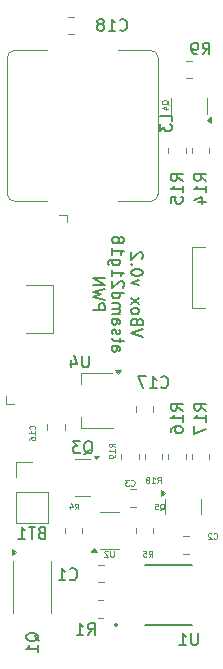
<source format=gbr>
%TF.GenerationSoftware,KiCad,Pcbnew,8.0.6*%
%TF.CreationDate,2025-01-15T19:29:55+01:00*%
%TF.ProjectId,boxmod,626f786d-6f64-42e6-9b69-6361645f7063,rev?*%
%TF.SameCoordinates,Original*%
%TF.FileFunction,Legend,Bot*%
%TF.FilePolarity,Positive*%
%FSLAX46Y46*%
G04 Gerber Fmt 4.6, Leading zero omitted, Abs format (unit mm)*
G04 Created by KiCad (PCBNEW 8.0.6) date 2025-01-15 19:29:55*
%MOMM*%
%LPD*%
G01*
G04 APERTURE LIST*
%ADD10C,0.150000*%
%ADD11C,0.100000*%
%ADD12C,0.127000*%
%ADD13C,0.200000*%
%ADD14C,0.120000*%
G04 APERTURE END LIST*
D10*
X98100068Y-79642856D02*
X97100068Y-79309523D01*
X97100068Y-79309523D02*
X98100068Y-78976190D01*
X97623878Y-78309523D02*
X97576259Y-78166666D01*
X97576259Y-78166666D02*
X97528640Y-78119047D01*
X97528640Y-78119047D02*
X97433402Y-78071428D01*
X97433402Y-78071428D02*
X97290545Y-78071428D01*
X97290545Y-78071428D02*
X97195307Y-78119047D01*
X97195307Y-78119047D02*
X97147688Y-78166666D01*
X97147688Y-78166666D02*
X97100068Y-78261904D01*
X97100068Y-78261904D02*
X97100068Y-78642856D01*
X97100068Y-78642856D02*
X98100068Y-78642856D01*
X98100068Y-78642856D02*
X98100068Y-78309523D01*
X98100068Y-78309523D02*
X98052449Y-78214285D01*
X98052449Y-78214285D02*
X98004830Y-78166666D01*
X98004830Y-78166666D02*
X97909592Y-78119047D01*
X97909592Y-78119047D02*
X97814354Y-78119047D01*
X97814354Y-78119047D02*
X97719116Y-78166666D01*
X97719116Y-78166666D02*
X97671497Y-78214285D01*
X97671497Y-78214285D02*
X97623878Y-78309523D01*
X97623878Y-78309523D02*
X97623878Y-78642856D01*
X97100068Y-77499999D02*
X97147688Y-77595237D01*
X97147688Y-77595237D02*
X97195307Y-77642856D01*
X97195307Y-77642856D02*
X97290545Y-77690475D01*
X97290545Y-77690475D02*
X97576259Y-77690475D01*
X97576259Y-77690475D02*
X97671497Y-77642856D01*
X97671497Y-77642856D02*
X97719116Y-77595237D01*
X97719116Y-77595237D02*
X97766735Y-77499999D01*
X97766735Y-77499999D02*
X97766735Y-77357142D01*
X97766735Y-77357142D02*
X97719116Y-77261904D01*
X97719116Y-77261904D02*
X97671497Y-77214285D01*
X97671497Y-77214285D02*
X97576259Y-77166666D01*
X97576259Y-77166666D02*
X97290545Y-77166666D01*
X97290545Y-77166666D02*
X97195307Y-77214285D01*
X97195307Y-77214285D02*
X97147688Y-77261904D01*
X97147688Y-77261904D02*
X97100068Y-77357142D01*
X97100068Y-77357142D02*
X97100068Y-77499999D01*
X97100068Y-76833332D02*
X97766735Y-76309523D01*
X97766735Y-76833332D02*
X97100068Y-76309523D01*
X97766735Y-75261903D02*
X97100068Y-75023808D01*
X97100068Y-75023808D02*
X97766735Y-74785713D01*
X98100068Y-74214284D02*
X98100068Y-74119046D01*
X98100068Y-74119046D02*
X98052449Y-74023808D01*
X98052449Y-74023808D02*
X98004830Y-73976189D01*
X98004830Y-73976189D02*
X97909592Y-73928570D01*
X97909592Y-73928570D02*
X97719116Y-73880951D01*
X97719116Y-73880951D02*
X97481021Y-73880951D01*
X97481021Y-73880951D02*
X97290545Y-73928570D01*
X97290545Y-73928570D02*
X97195307Y-73976189D01*
X97195307Y-73976189D02*
X97147688Y-74023808D01*
X97147688Y-74023808D02*
X97100068Y-74119046D01*
X97100068Y-74119046D02*
X97100068Y-74214284D01*
X97100068Y-74214284D02*
X97147688Y-74309522D01*
X97147688Y-74309522D02*
X97195307Y-74357141D01*
X97195307Y-74357141D02*
X97290545Y-74404760D01*
X97290545Y-74404760D02*
X97481021Y-74452379D01*
X97481021Y-74452379D02*
X97719116Y-74452379D01*
X97719116Y-74452379D02*
X97909592Y-74404760D01*
X97909592Y-74404760D02*
X98004830Y-74357141D01*
X98004830Y-74357141D02*
X98052449Y-74309522D01*
X98052449Y-74309522D02*
X98100068Y-74214284D01*
X97195307Y-73452379D02*
X97147688Y-73404760D01*
X97147688Y-73404760D02*
X97100068Y-73452379D01*
X97100068Y-73452379D02*
X97147688Y-73499998D01*
X97147688Y-73499998D02*
X97195307Y-73452379D01*
X97195307Y-73452379D02*
X97100068Y-73452379D01*
X98004830Y-73023808D02*
X98052449Y-72976189D01*
X98052449Y-72976189D02*
X98100068Y-72880951D01*
X98100068Y-72880951D02*
X98100068Y-72642856D01*
X98100068Y-72642856D02*
X98052449Y-72547618D01*
X98052449Y-72547618D02*
X98004830Y-72499999D01*
X98004830Y-72499999D02*
X97909592Y-72452380D01*
X97909592Y-72452380D02*
X97814354Y-72452380D01*
X97814354Y-72452380D02*
X97671497Y-72499999D01*
X97671497Y-72499999D02*
X97100068Y-73071427D01*
X97100068Y-73071427D02*
X97100068Y-72452380D01*
X95490124Y-80404762D02*
X96013934Y-80404762D01*
X96013934Y-80404762D02*
X96109172Y-80452381D01*
X96109172Y-80452381D02*
X96156791Y-80547619D01*
X96156791Y-80547619D02*
X96156791Y-80738095D01*
X96156791Y-80738095D02*
X96109172Y-80833333D01*
X95537744Y-80404762D02*
X95490124Y-80500000D01*
X95490124Y-80500000D02*
X95490124Y-80738095D01*
X95490124Y-80738095D02*
X95537744Y-80833333D01*
X95537744Y-80833333D02*
X95632982Y-80880952D01*
X95632982Y-80880952D02*
X95728220Y-80880952D01*
X95728220Y-80880952D02*
X95823458Y-80833333D01*
X95823458Y-80833333D02*
X95871077Y-80738095D01*
X95871077Y-80738095D02*
X95871077Y-80500000D01*
X95871077Y-80500000D02*
X95918696Y-80404762D01*
X96156791Y-80071428D02*
X96156791Y-79690476D01*
X96490124Y-79928571D02*
X95632982Y-79928571D01*
X95632982Y-79928571D02*
X95537744Y-79880952D01*
X95537744Y-79880952D02*
X95490124Y-79785714D01*
X95490124Y-79785714D02*
X95490124Y-79690476D01*
X95537744Y-79404761D02*
X95490124Y-79309523D01*
X95490124Y-79309523D02*
X95490124Y-79119047D01*
X95490124Y-79119047D02*
X95537744Y-79023809D01*
X95537744Y-79023809D02*
X95632982Y-78976190D01*
X95632982Y-78976190D02*
X95680601Y-78976190D01*
X95680601Y-78976190D02*
X95775839Y-79023809D01*
X95775839Y-79023809D02*
X95823458Y-79119047D01*
X95823458Y-79119047D02*
X95823458Y-79261904D01*
X95823458Y-79261904D02*
X95871077Y-79357142D01*
X95871077Y-79357142D02*
X95966315Y-79404761D01*
X95966315Y-79404761D02*
X96013934Y-79404761D01*
X96013934Y-79404761D02*
X96109172Y-79357142D01*
X96109172Y-79357142D02*
X96156791Y-79261904D01*
X96156791Y-79261904D02*
X96156791Y-79119047D01*
X96156791Y-79119047D02*
X96109172Y-79023809D01*
X95490124Y-78119047D02*
X96013934Y-78119047D01*
X96013934Y-78119047D02*
X96109172Y-78166666D01*
X96109172Y-78166666D02*
X96156791Y-78261904D01*
X96156791Y-78261904D02*
X96156791Y-78452380D01*
X96156791Y-78452380D02*
X96109172Y-78547618D01*
X95537744Y-78119047D02*
X95490124Y-78214285D01*
X95490124Y-78214285D02*
X95490124Y-78452380D01*
X95490124Y-78452380D02*
X95537744Y-78547618D01*
X95537744Y-78547618D02*
X95632982Y-78595237D01*
X95632982Y-78595237D02*
X95728220Y-78595237D01*
X95728220Y-78595237D02*
X95823458Y-78547618D01*
X95823458Y-78547618D02*
X95871077Y-78452380D01*
X95871077Y-78452380D02*
X95871077Y-78214285D01*
X95871077Y-78214285D02*
X95918696Y-78119047D01*
X95490124Y-77642856D02*
X96156791Y-77642856D01*
X96061553Y-77642856D02*
X96109172Y-77595237D01*
X96109172Y-77595237D02*
X96156791Y-77499999D01*
X96156791Y-77499999D02*
X96156791Y-77357142D01*
X96156791Y-77357142D02*
X96109172Y-77261904D01*
X96109172Y-77261904D02*
X96013934Y-77214285D01*
X96013934Y-77214285D02*
X95490124Y-77214285D01*
X96013934Y-77214285D02*
X96109172Y-77166666D01*
X96109172Y-77166666D02*
X96156791Y-77071428D01*
X96156791Y-77071428D02*
X96156791Y-76928571D01*
X96156791Y-76928571D02*
X96109172Y-76833332D01*
X96109172Y-76833332D02*
X96013934Y-76785713D01*
X96013934Y-76785713D02*
X95490124Y-76785713D01*
X95490124Y-75880952D02*
X96490124Y-75880952D01*
X95537744Y-75880952D02*
X95490124Y-75976190D01*
X95490124Y-75976190D02*
X95490124Y-76166666D01*
X95490124Y-76166666D02*
X95537744Y-76261904D01*
X95537744Y-76261904D02*
X95585363Y-76309523D01*
X95585363Y-76309523D02*
X95680601Y-76357142D01*
X95680601Y-76357142D02*
X95966315Y-76357142D01*
X95966315Y-76357142D02*
X96061553Y-76309523D01*
X96061553Y-76309523D02*
X96109172Y-76261904D01*
X96109172Y-76261904D02*
X96156791Y-76166666D01*
X96156791Y-76166666D02*
X96156791Y-75976190D01*
X96156791Y-75976190D02*
X96109172Y-75880952D01*
X96394886Y-75452380D02*
X96442505Y-75404761D01*
X96442505Y-75404761D02*
X96490124Y-75309523D01*
X96490124Y-75309523D02*
X96490124Y-75071428D01*
X96490124Y-75071428D02*
X96442505Y-74976190D01*
X96442505Y-74976190D02*
X96394886Y-74928571D01*
X96394886Y-74928571D02*
X96299648Y-74880952D01*
X96299648Y-74880952D02*
X96204410Y-74880952D01*
X96204410Y-74880952D02*
X96061553Y-74928571D01*
X96061553Y-74928571D02*
X95490124Y-75499999D01*
X95490124Y-75499999D02*
X95490124Y-74880952D01*
X95490124Y-73928571D02*
X95490124Y-74499999D01*
X95490124Y-74214285D02*
X96490124Y-74214285D01*
X96490124Y-74214285D02*
X96347267Y-74309523D01*
X96347267Y-74309523D02*
X96252029Y-74404761D01*
X96252029Y-74404761D02*
X96204410Y-74499999D01*
X96156791Y-73071428D02*
X95347267Y-73071428D01*
X95347267Y-73071428D02*
X95252029Y-73119047D01*
X95252029Y-73119047D02*
X95204410Y-73166666D01*
X95204410Y-73166666D02*
X95156791Y-73261904D01*
X95156791Y-73261904D02*
X95156791Y-73404761D01*
X95156791Y-73404761D02*
X95204410Y-73499999D01*
X95537744Y-73071428D02*
X95490124Y-73166666D01*
X95490124Y-73166666D02*
X95490124Y-73357142D01*
X95490124Y-73357142D02*
X95537744Y-73452380D01*
X95537744Y-73452380D02*
X95585363Y-73499999D01*
X95585363Y-73499999D02*
X95680601Y-73547618D01*
X95680601Y-73547618D02*
X95966315Y-73547618D01*
X95966315Y-73547618D02*
X96061553Y-73499999D01*
X96061553Y-73499999D02*
X96109172Y-73452380D01*
X96109172Y-73452380D02*
X96156791Y-73357142D01*
X96156791Y-73357142D02*
X96156791Y-73166666D01*
X96156791Y-73166666D02*
X96109172Y-73071428D01*
X95490124Y-72071428D02*
X95490124Y-72642856D01*
X95490124Y-72357142D02*
X96490124Y-72357142D01*
X96490124Y-72357142D02*
X96347267Y-72452380D01*
X96347267Y-72452380D02*
X96252029Y-72547618D01*
X96252029Y-72547618D02*
X96204410Y-72642856D01*
X96061553Y-71499999D02*
X96109172Y-71595237D01*
X96109172Y-71595237D02*
X96156791Y-71642856D01*
X96156791Y-71642856D02*
X96252029Y-71690475D01*
X96252029Y-71690475D02*
X96299648Y-71690475D01*
X96299648Y-71690475D02*
X96394886Y-71642856D01*
X96394886Y-71642856D02*
X96442505Y-71595237D01*
X96442505Y-71595237D02*
X96490124Y-71499999D01*
X96490124Y-71499999D02*
X96490124Y-71309523D01*
X96490124Y-71309523D02*
X96442505Y-71214285D01*
X96442505Y-71214285D02*
X96394886Y-71166666D01*
X96394886Y-71166666D02*
X96299648Y-71119047D01*
X96299648Y-71119047D02*
X96252029Y-71119047D01*
X96252029Y-71119047D02*
X96156791Y-71166666D01*
X96156791Y-71166666D02*
X96109172Y-71214285D01*
X96109172Y-71214285D02*
X96061553Y-71309523D01*
X96061553Y-71309523D02*
X96061553Y-71499999D01*
X96061553Y-71499999D02*
X96013934Y-71595237D01*
X96013934Y-71595237D02*
X95966315Y-71642856D01*
X95966315Y-71642856D02*
X95871077Y-71690475D01*
X95871077Y-71690475D02*
X95680601Y-71690475D01*
X95680601Y-71690475D02*
X95585363Y-71642856D01*
X95585363Y-71642856D02*
X95537744Y-71595237D01*
X95537744Y-71595237D02*
X95490124Y-71499999D01*
X95490124Y-71499999D02*
X95490124Y-71309523D01*
X95490124Y-71309523D02*
X95537744Y-71214285D01*
X95537744Y-71214285D02*
X95585363Y-71166666D01*
X95585363Y-71166666D02*
X95680601Y-71119047D01*
X95680601Y-71119047D02*
X95871077Y-71119047D01*
X95871077Y-71119047D02*
X95966315Y-71166666D01*
X95966315Y-71166666D02*
X96013934Y-71214285D01*
X96013934Y-71214285D02*
X96061553Y-71309523D01*
X93880180Y-77357142D02*
X94880180Y-77357142D01*
X94880180Y-77357142D02*
X94880180Y-76976190D01*
X94880180Y-76976190D02*
X94832561Y-76880952D01*
X94832561Y-76880952D02*
X94784942Y-76833333D01*
X94784942Y-76833333D02*
X94689704Y-76785714D01*
X94689704Y-76785714D02*
X94546847Y-76785714D01*
X94546847Y-76785714D02*
X94451609Y-76833333D01*
X94451609Y-76833333D02*
X94403990Y-76880952D01*
X94403990Y-76880952D02*
X94356371Y-76976190D01*
X94356371Y-76976190D02*
X94356371Y-77357142D01*
X94880180Y-76452380D02*
X93880180Y-76214285D01*
X93880180Y-76214285D02*
X94594466Y-76023809D01*
X94594466Y-76023809D02*
X93880180Y-75833333D01*
X93880180Y-75833333D02*
X94880180Y-75595238D01*
X93880180Y-75214285D02*
X94880180Y-75214285D01*
X94880180Y-75214285D02*
X93880180Y-74642857D01*
X93880180Y-74642857D02*
X94880180Y-74642857D01*
X102761904Y-104704819D02*
X102761904Y-105514342D01*
X102761904Y-105514342D02*
X102714285Y-105609580D01*
X102714285Y-105609580D02*
X102666666Y-105657200D01*
X102666666Y-105657200D02*
X102571428Y-105704819D01*
X102571428Y-105704819D02*
X102380952Y-105704819D01*
X102380952Y-105704819D02*
X102285714Y-105657200D01*
X102285714Y-105657200D02*
X102238095Y-105609580D01*
X102238095Y-105609580D02*
X102190476Y-105514342D01*
X102190476Y-105514342D02*
X102190476Y-104704819D01*
X101190476Y-105704819D02*
X101761904Y-105704819D01*
X101476190Y-105704819D02*
X101476190Y-104704819D01*
X101476190Y-104704819D02*
X101571428Y-104847676D01*
X101571428Y-104847676D02*
X101666666Y-104942914D01*
X101666666Y-104942914D02*
X101761904Y-104990533D01*
X103454819Y-66419642D02*
X102978628Y-66086309D01*
X103454819Y-65848214D02*
X102454819Y-65848214D01*
X102454819Y-65848214D02*
X102454819Y-66229166D01*
X102454819Y-66229166D02*
X102502438Y-66324404D01*
X102502438Y-66324404D02*
X102550057Y-66372023D01*
X102550057Y-66372023D02*
X102645295Y-66419642D01*
X102645295Y-66419642D02*
X102788152Y-66419642D01*
X102788152Y-66419642D02*
X102883390Y-66372023D01*
X102883390Y-66372023D02*
X102931009Y-66324404D01*
X102931009Y-66324404D02*
X102978628Y-66229166D01*
X102978628Y-66229166D02*
X102978628Y-65848214D01*
X103454819Y-67372023D02*
X103454819Y-66800595D01*
X103454819Y-67086309D02*
X102454819Y-67086309D01*
X102454819Y-67086309D02*
X102597676Y-66991071D01*
X102597676Y-66991071D02*
X102692914Y-66895833D01*
X102692914Y-66895833D02*
X102740533Y-66800595D01*
X102788152Y-68229166D02*
X103454819Y-68229166D01*
X102407200Y-67991071D02*
X103121485Y-67752976D01*
X103121485Y-67752976D02*
X103121485Y-68372023D01*
X101454819Y-66419642D02*
X100978628Y-66086309D01*
X101454819Y-65848214D02*
X100454819Y-65848214D01*
X100454819Y-65848214D02*
X100454819Y-66229166D01*
X100454819Y-66229166D02*
X100502438Y-66324404D01*
X100502438Y-66324404D02*
X100550057Y-66372023D01*
X100550057Y-66372023D02*
X100645295Y-66419642D01*
X100645295Y-66419642D02*
X100788152Y-66419642D01*
X100788152Y-66419642D02*
X100883390Y-66372023D01*
X100883390Y-66372023D02*
X100931009Y-66324404D01*
X100931009Y-66324404D02*
X100978628Y-66229166D01*
X100978628Y-66229166D02*
X100978628Y-65848214D01*
X101454819Y-67372023D02*
X101454819Y-66800595D01*
X101454819Y-67086309D02*
X100454819Y-67086309D01*
X100454819Y-67086309D02*
X100597676Y-66991071D01*
X100597676Y-66991071D02*
X100692914Y-66895833D01*
X100692914Y-66895833D02*
X100740533Y-66800595D01*
X100454819Y-68276785D02*
X100454819Y-67800595D01*
X100454819Y-67800595D02*
X100931009Y-67752976D01*
X100931009Y-67752976D02*
X100883390Y-67800595D01*
X100883390Y-67800595D02*
X100835771Y-67895833D01*
X100835771Y-67895833D02*
X100835771Y-68133928D01*
X100835771Y-68133928D02*
X100883390Y-68229166D01*
X100883390Y-68229166D02*
X100931009Y-68276785D01*
X100931009Y-68276785D02*
X101026247Y-68324404D01*
X101026247Y-68324404D02*
X101264342Y-68324404D01*
X101264342Y-68324404D02*
X101359580Y-68276785D01*
X101359580Y-68276785D02*
X101407200Y-68229166D01*
X101407200Y-68229166D02*
X101454819Y-68133928D01*
X101454819Y-68133928D02*
X101454819Y-67895833D01*
X101454819Y-67895833D02*
X101407200Y-67800595D01*
X101407200Y-67800595D02*
X101359580Y-67752976D01*
D11*
X95630952Y-97704614D02*
X95630952Y-98141757D01*
X95630952Y-98141757D02*
X95607142Y-98193185D01*
X95607142Y-98193185D02*
X95583333Y-98218900D01*
X95583333Y-98218900D02*
X95535714Y-98244614D01*
X95535714Y-98244614D02*
X95440476Y-98244614D01*
X95440476Y-98244614D02*
X95392857Y-98218900D01*
X95392857Y-98218900D02*
X95369047Y-98193185D01*
X95369047Y-98193185D02*
X95345238Y-98141757D01*
X95345238Y-98141757D02*
X95345238Y-97704614D01*
X95130951Y-97756042D02*
X95107142Y-97730328D01*
X95107142Y-97730328D02*
X95059523Y-97704614D01*
X95059523Y-97704614D02*
X94940475Y-97704614D01*
X94940475Y-97704614D02*
X94892856Y-97730328D01*
X94892856Y-97730328D02*
X94869047Y-97756042D01*
X94869047Y-97756042D02*
X94845237Y-97807471D01*
X94845237Y-97807471D02*
X94845237Y-97858900D01*
X94845237Y-97858900D02*
X94869047Y-97936042D01*
X94869047Y-97936042D02*
X95154761Y-98244614D01*
X95154761Y-98244614D02*
X94845237Y-98244614D01*
X97083333Y-92178490D02*
X97107142Y-92202300D01*
X97107142Y-92202300D02*
X97178571Y-92226109D01*
X97178571Y-92226109D02*
X97226190Y-92226109D01*
X97226190Y-92226109D02*
X97297618Y-92202300D01*
X97297618Y-92202300D02*
X97345237Y-92154680D01*
X97345237Y-92154680D02*
X97369047Y-92107061D01*
X97369047Y-92107061D02*
X97392856Y-92011823D01*
X97392856Y-92011823D02*
X97392856Y-91940395D01*
X97392856Y-91940395D02*
X97369047Y-91845157D01*
X97369047Y-91845157D02*
X97345237Y-91797538D01*
X97345237Y-91797538D02*
X97297618Y-91749919D01*
X97297618Y-91749919D02*
X97226190Y-91726109D01*
X97226190Y-91726109D02*
X97178571Y-91726109D01*
X97178571Y-91726109D02*
X97107142Y-91749919D01*
X97107142Y-91749919D02*
X97083333Y-91773728D01*
X96916666Y-91726109D02*
X96607142Y-91726109D01*
X96607142Y-91726109D02*
X96773809Y-91916585D01*
X96773809Y-91916585D02*
X96702380Y-91916585D01*
X96702380Y-91916585D02*
X96654761Y-91940395D01*
X96654761Y-91940395D02*
X96630952Y-91964204D01*
X96630952Y-91964204D02*
X96607142Y-92011823D01*
X96607142Y-92011823D02*
X96607142Y-92130871D01*
X96607142Y-92130871D02*
X96630952Y-92178490D01*
X96630952Y-92178490D02*
X96654761Y-92202300D01*
X96654761Y-92202300D02*
X96702380Y-92226109D01*
X96702380Y-92226109D02*
X96845237Y-92226109D01*
X96845237Y-92226109D02*
X96892856Y-92202300D01*
X96892856Y-92202300D02*
X96916666Y-92178490D01*
D10*
X100529819Y-61358333D02*
X100529819Y-60882143D01*
X100529819Y-60882143D02*
X99529819Y-60882143D01*
X99529819Y-61596429D02*
X99529819Y-62215476D01*
X99529819Y-62215476D02*
X99910771Y-61882143D01*
X99910771Y-61882143D02*
X99910771Y-62025000D01*
X99910771Y-62025000D02*
X99958390Y-62120238D01*
X99958390Y-62120238D02*
X100006009Y-62167857D01*
X100006009Y-62167857D02*
X100101247Y-62215476D01*
X100101247Y-62215476D02*
X100339342Y-62215476D01*
X100339342Y-62215476D02*
X100434580Y-62167857D01*
X100434580Y-62167857D02*
X100482200Y-62120238D01*
X100482200Y-62120238D02*
X100529819Y-62025000D01*
X100529819Y-62025000D02*
X100529819Y-61739286D01*
X100529819Y-61739286D02*
X100482200Y-61644048D01*
X100482200Y-61644048D02*
X100434580Y-61596429D01*
X103166666Y-55704819D02*
X103499999Y-55228628D01*
X103738094Y-55704819D02*
X103738094Y-54704819D01*
X103738094Y-54704819D02*
X103357142Y-54704819D01*
X103357142Y-54704819D02*
X103261904Y-54752438D01*
X103261904Y-54752438D02*
X103214285Y-54800057D01*
X103214285Y-54800057D02*
X103166666Y-54895295D01*
X103166666Y-54895295D02*
X103166666Y-55038152D01*
X103166666Y-55038152D02*
X103214285Y-55133390D01*
X103214285Y-55133390D02*
X103261904Y-55181009D01*
X103261904Y-55181009D02*
X103357142Y-55228628D01*
X103357142Y-55228628D02*
X103738094Y-55228628D01*
X102690475Y-55704819D02*
X102499999Y-55704819D01*
X102499999Y-55704819D02*
X102404761Y-55657200D01*
X102404761Y-55657200D02*
X102357142Y-55609580D01*
X102357142Y-55609580D02*
X102261904Y-55466723D01*
X102261904Y-55466723D02*
X102214285Y-55276247D01*
X102214285Y-55276247D02*
X102214285Y-54895295D01*
X102214285Y-54895295D02*
X102261904Y-54800057D01*
X102261904Y-54800057D02*
X102309523Y-54752438D01*
X102309523Y-54752438D02*
X102404761Y-54704819D01*
X102404761Y-54704819D02*
X102595237Y-54704819D01*
X102595237Y-54704819D02*
X102690475Y-54752438D01*
X102690475Y-54752438D02*
X102738094Y-54800057D01*
X102738094Y-54800057D02*
X102785713Y-54895295D01*
X102785713Y-54895295D02*
X102785713Y-55133390D01*
X102785713Y-55133390D02*
X102738094Y-55228628D01*
X102738094Y-55228628D02*
X102690475Y-55276247D01*
X102690475Y-55276247D02*
X102595237Y-55323866D01*
X102595237Y-55323866D02*
X102404761Y-55323866D01*
X102404761Y-55323866D02*
X102309523Y-55276247D01*
X102309523Y-55276247D02*
X102261904Y-55228628D01*
X102261904Y-55228628D02*
X102214285Y-55133390D01*
X93095238Y-89550057D02*
X93190476Y-89502438D01*
X93190476Y-89502438D02*
X93285714Y-89407200D01*
X93285714Y-89407200D02*
X93428571Y-89264342D01*
X93428571Y-89264342D02*
X93523809Y-89216723D01*
X93523809Y-89216723D02*
X93619047Y-89216723D01*
X93571428Y-89454819D02*
X93666666Y-89407200D01*
X93666666Y-89407200D02*
X93761904Y-89311961D01*
X93761904Y-89311961D02*
X93809523Y-89121485D01*
X93809523Y-89121485D02*
X93809523Y-88788152D01*
X93809523Y-88788152D02*
X93761904Y-88597676D01*
X93761904Y-88597676D02*
X93666666Y-88502438D01*
X93666666Y-88502438D02*
X93571428Y-88454819D01*
X93571428Y-88454819D02*
X93380952Y-88454819D01*
X93380952Y-88454819D02*
X93285714Y-88502438D01*
X93285714Y-88502438D02*
X93190476Y-88597676D01*
X93190476Y-88597676D02*
X93142857Y-88788152D01*
X93142857Y-88788152D02*
X93142857Y-89121485D01*
X93142857Y-89121485D02*
X93190476Y-89311961D01*
X93190476Y-89311961D02*
X93285714Y-89407200D01*
X93285714Y-89407200D02*
X93380952Y-89454819D01*
X93380952Y-89454819D02*
X93571428Y-89454819D01*
X92809523Y-88454819D02*
X92190476Y-88454819D01*
X92190476Y-88454819D02*
X92523809Y-88835771D01*
X92523809Y-88835771D02*
X92380952Y-88835771D01*
X92380952Y-88835771D02*
X92285714Y-88883390D01*
X92285714Y-88883390D02*
X92238095Y-88931009D01*
X92238095Y-88931009D02*
X92190476Y-89026247D01*
X92190476Y-89026247D02*
X92190476Y-89264342D01*
X92190476Y-89264342D02*
X92238095Y-89359580D01*
X92238095Y-89359580D02*
X92285714Y-89407200D01*
X92285714Y-89407200D02*
X92380952Y-89454819D01*
X92380952Y-89454819D02*
X92666666Y-89454819D01*
X92666666Y-89454819D02*
X92761904Y-89407200D01*
X92761904Y-89407200D02*
X92809523Y-89359580D01*
D11*
X100273728Y-59952380D02*
X100249919Y-59904761D01*
X100249919Y-59904761D02*
X100202300Y-59857142D01*
X100202300Y-59857142D02*
X100130871Y-59785714D01*
X100130871Y-59785714D02*
X100107061Y-59738095D01*
X100107061Y-59738095D02*
X100107061Y-59690476D01*
X100226109Y-59714285D02*
X100202300Y-59666666D01*
X100202300Y-59666666D02*
X100154680Y-59619047D01*
X100154680Y-59619047D02*
X100059442Y-59595238D01*
X100059442Y-59595238D02*
X99892776Y-59595238D01*
X99892776Y-59595238D02*
X99797538Y-59619047D01*
X99797538Y-59619047D02*
X99749919Y-59666666D01*
X99749919Y-59666666D02*
X99726109Y-59714285D01*
X99726109Y-59714285D02*
X99726109Y-59809523D01*
X99726109Y-59809523D02*
X99749919Y-59857142D01*
X99749919Y-59857142D02*
X99797538Y-59904761D01*
X99797538Y-59904761D02*
X99892776Y-59928571D01*
X99892776Y-59928571D02*
X100059442Y-59928571D01*
X100059442Y-59928571D02*
X100154680Y-59904761D01*
X100154680Y-59904761D02*
X100202300Y-59857142D01*
X100202300Y-59857142D02*
X100226109Y-59809523D01*
X100226109Y-59809523D02*
X100226109Y-59714285D01*
X99892776Y-60357143D02*
X100226109Y-60357143D01*
X99702300Y-60238095D02*
X100059442Y-60119048D01*
X100059442Y-60119048D02*
X100059442Y-60428571D01*
X98583333Y-98226109D02*
X98749999Y-97988014D01*
X98869047Y-98226109D02*
X98869047Y-97726109D01*
X98869047Y-97726109D02*
X98678571Y-97726109D01*
X98678571Y-97726109D02*
X98630952Y-97749919D01*
X98630952Y-97749919D02*
X98607142Y-97773728D01*
X98607142Y-97773728D02*
X98583333Y-97821347D01*
X98583333Y-97821347D02*
X98583333Y-97892776D01*
X98583333Y-97892776D02*
X98607142Y-97940395D01*
X98607142Y-97940395D02*
X98630952Y-97964204D01*
X98630952Y-97964204D02*
X98678571Y-97988014D01*
X98678571Y-97988014D02*
X98869047Y-97988014D01*
X98130952Y-97726109D02*
X98369047Y-97726109D01*
X98369047Y-97726109D02*
X98392856Y-97964204D01*
X98392856Y-97964204D02*
X98369047Y-97940395D01*
X98369047Y-97940395D02*
X98321428Y-97916585D01*
X98321428Y-97916585D02*
X98202380Y-97916585D01*
X98202380Y-97916585D02*
X98154761Y-97940395D01*
X98154761Y-97940395D02*
X98130952Y-97964204D01*
X98130952Y-97964204D02*
X98107142Y-98011823D01*
X98107142Y-98011823D02*
X98107142Y-98130871D01*
X98107142Y-98130871D02*
X98130952Y-98178490D01*
X98130952Y-98178490D02*
X98154761Y-98202300D01*
X98154761Y-98202300D02*
X98202380Y-98226109D01*
X98202380Y-98226109D02*
X98321428Y-98226109D01*
X98321428Y-98226109D02*
X98369047Y-98202300D01*
X98369047Y-98202300D02*
X98392856Y-98178490D01*
X99547619Y-94273728D02*
X99595238Y-94249919D01*
X99595238Y-94249919D02*
X99642857Y-94202300D01*
X99642857Y-94202300D02*
X99714285Y-94130871D01*
X99714285Y-94130871D02*
X99761904Y-94107061D01*
X99761904Y-94107061D02*
X99809523Y-94107061D01*
X99785714Y-94226109D02*
X99833333Y-94202300D01*
X99833333Y-94202300D02*
X99880952Y-94154680D01*
X99880952Y-94154680D02*
X99904761Y-94059442D01*
X99904761Y-94059442D02*
X99904761Y-93892776D01*
X99904761Y-93892776D02*
X99880952Y-93797538D01*
X99880952Y-93797538D02*
X99833333Y-93749919D01*
X99833333Y-93749919D02*
X99785714Y-93726109D01*
X99785714Y-93726109D02*
X99690476Y-93726109D01*
X99690476Y-93726109D02*
X99642857Y-93749919D01*
X99642857Y-93749919D02*
X99595238Y-93797538D01*
X99595238Y-93797538D02*
X99571428Y-93892776D01*
X99571428Y-93892776D02*
X99571428Y-94059442D01*
X99571428Y-94059442D02*
X99595238Y-94154680D01*
X99595238Y-94154680D02*
X99642857Y-94202300D01*
X99642857Y-94202300D02*
X99690476Y-94226109D01*
X99690476Y-94226109D02*
X99785714Y-94226109D01*
X99119047Y-93726109D02*
X99357142Y-93726109D01*
X99357142Y-93726109D02*
X99380951Y-93964204D01*
X99380951Y-93964204D02*
X99357142Y-93940395D01*
X99357142Y-93940395D02*
X99309523Y-93916585D01*
X99309523Y-93916585D02*
X99190475Y-93916585D01*
X99190475Y-93916585D02*
X99142856Y-93940395D01*
X99142856Y-93940395D02*
X99119047Y-93964204D01*
X99119047Y-93964204D02*
X99095237Y-94011823D01*
X99095237Y-94011823D02*
X99095237Y-94130871D01*
X99095237Y-94130871D02*
X99119047Y-94178490D01*
X99119047Y-94178490D02*
X99142856Y-94202300D01*
X99142856Y-94202300D02*
X99190475Y-94226109D01*
X99190475Y-94226109D02*
X99309523Y-94226109D01*
X99309523Y-94226109D02*
X99357142Y-94202300D01*
X99357142Y-94202300D02*
X99380951Y-94178490D01*
D10*
X99642857Y-83859580D02*
X99690476Y-83907200D01*
X99690476Y-83907200D02*
X99833333Y-83954819D01*
X99833333Y-83954819D02*
X99928571Y-83954819D01*
X99928571Y-83954819D02*
X100071428Y-83907200D01*
X100071428Y-83907200D02*
X100166666Y-83811961D01*
X100166666Y-83811961D02*
X100214285Y-83716723D01*
X100214285Y-83716723D02*
X100261904Y-83526247D01*
X100261904Y-83526247D02*
X100261904Y-83383390D01*
X100261904Y-83383390D02*
X100214285Y-83192914D01*
X100214285Y-83192914D02*
X100166666Y-83097676D01*
X100166666Y-83097676D02*
X100071428Y-83002438D01*
X100071428Y-83002438D02*
X99928571Y-82954819D01*
X99928571Y-82954819D02*
X99833333Y-82954819D01*
X99833333Y-82954819D02*
X99690476Y-83002438D01*
X99690476Y-83002438D02*
X99642857Y-83050057D01*
X98690476Y-83954819D02*
X99261904Y-83954819D01*
X98976190Y-83954819D02*
X98976190Y-82954819D01*
X98976190Y-82954819D02*
X99071428Y-83097676D01*
X99071428Y-83097676D02*
X99166666Y-83192914D01*
X99166666Y-83192914D02*
X99261904Y-83240533D01*
X98357142Y-82954819D02*
X97690476Y-82954819D01*
X97690476Y-82954819D02*
X98119047Y-83954819D01*
X89510714Y-96181009D02*
X89367857Y-96228628D01*
X89367857Y-96228628D02*
X89320238Y-96276247D01*
X89320238Y-96276247D02*
X89272619Y-96371485D01*
X89272619Y-96371485D02*
X89272619Y-96514342D01*
X89272619Y-96514342D02*
X89320238Y-96609580D01*
X89320238Y-96609580D02*
X89367857Y-96657200D01*
X89367857Y-96657200D02*
X89463095Y-96704819D01*
X89463095Y-96704819D02*
X89844047Y-96704819D01*
X89844047Y-96704819D02*
X89844047Y-95704819D01*
X89844047Y-95704819D02*
X89510714Y-95704819D01*
X89510714Y-95704819D02*
X89415476Y-95752438D01*
X89415476Y-95752438D02*
X89367857Y-95800057D01*
X89367857Y-95800057D02*
X89320238Y-95895295D01*
X89320238Y-95895295D02*
X89320238Y-95990533D01*
X89320238Y-95990533D02*
X89367857Y-96085771D01*
X89367857Y-96085771D02*
X89415476Y-96133390D01*
X89415476Y-96133390D02*
X89510714Y-96181009D01*
X89510714Y-96181009D02*
X89844047Y-96181009D01*
X88986904Y-95704819D02*
X88415476Y-95704819D01*
X88701190Y-96704819D02*
X88701190Y-95704819D01*
X87558333Y-96704819D02*
X88129761Y-96704819D01*
X87844047Y-96704819D02*
X87844047Y-95704819D01*
X87844047Y-95704819D02*
X87939285Y-95847676D01*
X87939285Y-95847676D02*
X88034523Y-95942914D01*
X88034523Y-95942914D02*
X88129761Y-95990533D01*
X91916666Y-100109580D02*
X91964285Y-100157200D01*
X91964285Y-100157200D02*
X92107142Y-100204819D01*
X92107142Y-100204819D02*
X92202380Y-100204819D01*
X92202380Y-100204819D02*
X92345237Y-100157200D01*
X92345237Y-100157200D02*
X92440475Y-100061961D01*
X92440475Y-100061961D02*
X92488094Y-99966723D01*
X92488094Y-99966723D02*
X92535713Y-99776247D01*
X92535713Y-99776247D02*
X92535713Y-99633390D01*
X92535713Y-99633390D02*
X92488094Y-99442914D01*
X92488094Y-99442914D02*
X92440475Y-99347676D01*
X92440475Y-99347676D02*
X92345237Y-99252438D01*
X92345237Y-99252438D02*
X92202380Y-99204819D01*
X92202380Y-99204819D02*
X92107142Y-99204819D01*
X92107142Y-99204819D02*
X91964285Y-99252438D01*
X91964285Y-99252438D02*
X91916666Y-99300057D01*
X90964285Y-100204819D02*
X91535713Y-100204819D01*
X91249999Y-100204819D02*
X91249999Y-99204819D01*
X91249999Y-99204819D02*
X91345237Y-99347676D01*
X91345237Y-99347676D02*
X91440475Y-99442914D01*
X91440475Y-99442914D02*
X91535713Y-99490533D01*
D11*
X95726109Y-88928571D02*
X95488014Y-88761905D01*
X95726109Y-88642857D02*
X95226109Y-88642857D01*
X95226109Y-88642857D02*
X95226109Y-88833333D01*
X95226109Y-88833333D02*
X95249919Y-88880952D01*
X95249919Y-88880952D02*
X95273728Y-88904762D01*
X95273728Y-88904762D02*
X95321347Y-88928571D01*
X95321347Y-88928571D02*
X95392776Y-88928571D01*
X95392776Y-88928571D02*
X95440395Y-88904762D01*
X95440395Y-88904762D02*
X95464204Y-88880952D01*
X95464204Y-88880952D02*
X95488014Y-88833333D01*
X95488014Y-88833333D02*
X95488014Y-88642857D01*
X95726109Y-89404762D02*
X95726109Y-89119048D01*
X95726109Y-89261905D02*
X95226109Y-89261905D01*
X95226109Y-89261905D02*
X95297538Y-89214286D01*
X95297538Y-89214286D02*
X95345157Y-89166667D01*
X95345157Y-89166667D02*
X95368966Y-89119048D01*
X95726109Y-89642857D02*
X95726109Y-89738095D01*
X95726109Y-89738095D02*
X95702300Y-89785714D01*
X95702300Y-89785714D02*
X95678490Y-89809523D01*
X95678490Y-89809523D02*
X95607061Y-89857142D01*
X95607061Y-89857142D02*
X95511823Y-89880952D01*
X95511823Y-89880952D02*
X95321347Y-89880952D01*
X95321347Y-89880952D02*
X95273728Y-89857142D01*
X95273728Y-89857142D02*
X95249919Y-89833333D01*
X95249919Y-89833333D02*
X95226109Y-89785714D01*
X95226109Y-89785714D02*
X95226109Y-89690476D01*
X95226109Y-89690476D02*
X95249919Y-89642857D01*
X95249919Y-89642857D02*
X95273728Y-89619047D01*
X95273728Y-89619047D02*
X95321347Y-89595238D01*
X95321347Y-89595238D02*
X95440395Y-89595238D01*
X95440395Y-89595238D02*
X95488014Y-89619047D01*
X95488014Y-89619047D02*
X95511823Y-89642857D01*
X95511823Y-89642857D02*
X95535633Y-89690476D01*
X95535633Y-89690476D02*
X95535633Y-89785714D01*
X95535633Y-89785714D02*
X95511823Y-89833333D01*
X95511823Y-89833333D02*
X95488014Y-89857142D01*
X95488014Y-89857142D02*
X95440395Y-89880952D01*
D10*
X101454819Y-85857142D02*
X100978628Y-85523809D01*
X101454819Y-85285714D02*
X100454819Y-85285714D01*
X100454819Y-85285714D02*
X100454819Y-85666666D01*
X100454819Y-85666666D02*
X100502438Y-85761904D01*
X100502438Y-85761904D02*
X100550057Y-85809523D01*
X100550057Y-85809523D02*
X100645295Y-85857142D01*
X100645295Y-85857142D02*
X100788152Y-85857142D01*
X100788152Y-85857142D02*
X100883390Y-85809523D01*
X100883390Y-85809523D02*
X100931009Y-85761904D01*
X100931009Y-85761904D02*
X100978628Y-85666666D01*
X100978628Y-85666666D02*
X100978628Y-85285714D01*
X101454819Y-86809523D02*
X101454819Y-86238095D01*
X101454819Y-86523809D02*
X100454819Y-86523809D01*
X100454819Y-86523809D02*
X100597676Y-86428571D01*
X100597676Y-86428571D02*
X100692914Y-86333333D01*
X100692914Y-86333333D02*
X100740533Y-86238095D01*
X100454819Y-87666666D02*
X100454819Y-87476190D01*
X100454819Y-87476190D02*
X100502438Y-87380952D01*
X100502438Y-87380952D02*
X100550057Y-87333333D01*
X100550057Y-87333333D02*
X100692914Y-87238095D01*
X100692914Y-87238095D02*
X100883390Y-87190476D01*
X100883390Y-87190476D02*
X101264342Y-87190476D01*
X101264342Y-87190476D02*
X101359580Y-87238095D01*
X101359580Y-87238095D02*
X101407200Y-87285714D01*
X101407200Y-87285714D02*
X101454819Y-87380952D01*
X101454819Y-87380952D02*
X101454819Y-87571428D01*
X101454819Y-87571428D02*
X101407200Y-87666666D01*
X101407200Y-87666666D02*
X101359580Y-87714285D01*
X101359580Y-87714285D02*
X101264342Y-87761904D01*
X101264342Y-87761904D02*
X101026247Y-87761904D01*
X101026247Y-87761904D02*
X100931009Y-87714285D01*
X100931009Y-87714285D02*
X100883390Y-87666666D01*
X100883390Y-87666666D02*
X100835771Y-87571428D01*
X100835771Y-87571428D02*
X100835771Y-87380952D01*
X100835771Y-87380952D02*
X100883390Y-87285714D01*
X100883390Y-87285714D02*
X100931009Y-87238095D01*
X100931009Y-87238095D02*
X101026247Y-87190476D01*
D11*
X88928490Y-87428571D02*
X88952300Y-87404762D01*
X88952300Y-87404762D02*
X88976109Y-87333333D01*
X88976109Y-87333333D02*
X88976109Y-87285714D01*
X88976109Y-87285714D02*
X88952300Y-87214286D01*
X88952300Y-87214286D02*
X88904680Y-87166667D01*
X88904680Y-87166667D02*
X88857061Y-87142857D01*
X88857061Y-87142857D02*
X88761823Y-87119048D01*
X88761823Y-87119048D02*
X88690395Y-87119048D01*
X88690395Y-87119048D02*
X88595157Y-87142857D01*
X88595157Y-87142857D02*
X88547538Y-87166667D01*
X88547538Y-87166667D02*
X88499919Y-87214286D01*
X88499919Y-87214286D02*
X88476109Y-87285714D01*
X88476109Y-87285714D02*
X88476109Y-87333333D01*
X88476109Y-87333333D02*
X88499919Y-87404762D01*
X88499919Y-87404762D02*
X88523728Y-87428571D01*
X88976109Y-87904762D02*
X88976109Y-87619048D01*
X88976109Y-87761905D02*
X88476109Y-87761905D01*
X88476109Y-87761905D02*
X88547538Y-87714286D01*
X88547538Y-87714286D02*
X88595157Y-87666667D01*
X88595157Y-87666667D02*
X88618966Y-87619048D01*
X88476109Y-88333333D02*
X88476109Y-88238095D01*
X88476109Y-88238095D02*
X88499919Y-88190476D01*
X88499919Y-88190476D02*
X88523728Y-88166666D01*
X88523728Y-88166666D02*
X88595157Y-88119047D01*
X88595157Y-88119047D02*
X88690395Y-88095238D01*
X88690395Y-88095238D02*
X88880871Y-88095238D01*
X88880871Y-88095238D02*
X88928490Y-88119047D01*
X88928490Y-88119047D02*
X88952300Y-88142857D01*
X88952300Y-88142857D02*
X88976109Y-88190476D01*
X88976109Y-88190476D02*
X88976109Y-88285714D01*
X88976109Y-88285714D02*
X88952300Y-88333333D01*
X88952300Y-88333333D02*
X88928490Y-88357142D01*
X88928490Y-88357142D02*
X88880871Y-88380952D01*
X88880871Y-88380952D02*
X88761823Y-88380952D01*
X88761823Y-88380952D02*
X88714204Y-88357142D01*
X88714204Y-88357142D02*
X88690395Y-88333333D01*
X88690395Y-88333333D02*
X88666585Y-88285714D01*
X88666585Y-88285714D02*
X88666585Y-88190476D01*
X88666585Y-88190476D02*
X88690395Y-88142857D01*
X88690395Y-88142857D02*
X88714204Y-88119047D01*
X88714204Y-88119047D02*
X88761823Y-88095238D01*
X99321428Y-91976109D02*
X99488094Y-91738014D01*
X99607142Y-91976109D02*
X99607142Y-91476109D01*
X99607142Y-91476109D02*
X99416666Y-91476109D01*
X99416666Y-91476109D02*
X99369047Y-91499919D01*
X99369047Y-91499919D02*
X99345237Y-91523728D01*
X99345237Y-91523728D02*
X99321428Y-91571347D01*
X99321428Y-91571347D02*
X99321428Y-91642776D01*
X99321428Y-91642776D02*
X99345237Y-91690395D01*
X99345237Y-91690395D02*
X99369047Y-91714204D01*
X99369047Y-91714204D02*
X99416666Y-91738014D01*
X99416666Y-91738014D02*
X99607142Y-91738014D01*
X98845237Y-91976109D02*
X99130951Y-91976109D01*
X98988094Y-91976109D02*
X98988094Y-91476109D01*
X98988094Y-91476109D02*
X99035713Y-91547538D01*
X99035713Y-91547538D02*
X99083332Y-91595157D01*
X99083332Y-91595157D02*
X99130951Y-91618966D01*
X98559523Y-91690395D02*
X98607142Y-91666585D01*
X98607142Y-91666585D02*
X98630952Y-91642776D01*
X98630952Y-91642776D02*
X98654761Y-91595157D01*
X98654761Y-91595157D02*
X98654761Y-91571347D01*
X98654761Y-91571347D02*
X98630952Y-91523728D01*
X98630952Y-91523728D02*
X98607142Y-91499919D01*
X98607142Y-91499919D02*
X98559523Y-91476109D01*
X98559523Y-91476109D02*
X98464285Y-91476109D01*
X98464285Y-91476109D02*
X98416666Y-91499919D01*
X98416666Y-91499919D02*
X98392857Y-91523728D01*
X98392857Y-91523728D02*
X98369047Y-91571347D01*
X98369047Y-91571347D02*
X98369047Y-91595157D01*
X98369047Y-91595157D02*
X98392857Y-91642776D01*
X98392857Y-91642776D02*
X98416666Y-91666585D01*
X98416666Y-91666585D02*
X98464285Y-91690395D01*
X98464285Y-91690395D02*
X98559523Y-91690395D01*
X98559523Y-91690395D02*
X98607142Y-91714204D01*
X98607142Y-91714204D02*
X98630952Y-91738014D01*
X98630952Y-91738014D02*
X98654761Y-91785633D01*
X98654761Y-91785633D02*
X98654761Y-91880871D01*
X98654761Y-91880871D02*
X98630952Y-91928490D01*
X98630952Y-91928490D02*
X98607142Y-91952300D01*
X98607142Y-91952300D02*
X98559523Y-91976109D01*
X98559523Y-91976109D02*
X98464285Y-91976109D01*
X98464285Y-91976109D02*
X98416666Y-91952300D01*
X98416666Y-91952300D02*
X98392857Y-91928490D01*
X98392857Y-91928490D02*
X98369047Y-91880871D01*
X98369047Y-91880871D02*
X98369047Y-91785633D01*
X98369047Y-91785633D02*
X98392857Y-91738014D01*
X98392857Y-91738014D02*
X98416666Y-91714204D01*
X98416666Y-91714204D02*
X98464285Y-91690395D01*
X92333333Y-94226109D02*
X92499999Y-93988014D01*
X92619047Y-94226109D02*
X92619047Y-93726109D01*
X92619047Y-93726109D02*
X92428571Y-93726109D01*
X92428571Y-93726109D02*
X92380952Y-93749919D01*
X92380952Y-93749919D02*
X92357142Y-93773728D01*
X92357142Y-93773728D02*
X92333333Y-93821347D01*
X92333333Y-93821347D02*
X92333333Y-93892776D01*
X92333333Y-93892776D02*
X92357142Y-93940395D01*
X92357142Y-93940395D02*
X92380952Y-93964204D01*
X92380952Y-93964204D02*
X92428571Y-93988014D01*
X92428571Y-93988014D02*
X92619047Y-93988014D01*
X91904761Y-93892776D02*
X91904761Y-94226109D01*
X92023809Y-93702300D02*
X92142856Y-94059442D01*
X92142856Y-94059442D02*
X91833333Y-94059442D01*
D10*
X93441666Y-104859819D02*
X93774999Y-104383628D01*
X94013094Y-104859819D02*
X94013094Y-103859819D01*
X94013094Y-103859819D02*
X93632142Y-103859819D01*
X93632142Y-103859819D02*
X93536904Y-103907438D01*
X93536904Y-103907438D02*
X93489285Y-103955057D01*
X93489285Y-103955057D02*
X93441666Y-104050295D01*
X93441666Y-104050295D02*
X93441666Y-104193152D01*
X93441666Y-104193152D02*
X93489285Y-104288390D01*
X93489285Y-104288390D02*
X93536904Y-104336009D01*
X93536904Y-104336009D02*
X93632142Y-104383628D01*
X93632142Y-104383628D02*
X94013094Y-104383628D01*
X92489285Y-104859819D02*
X93060713Y-104859819D01*
X92774999Y-104859819D02*
X92774999Y-103859819D01*
X92774999Y-103859819D02*
X92870237Y-104002676D01*
X92870237Y-104002676D02*
X92965475Y-104097914D01*
X92965475Y-104097914D02*
X93060713Y-104145533D01*
X93511904Y-81204819D02*
X93511904Y-82014342D01*
X93511904Y-82014342D02*
X93464285Y-82109580D01*
X93464285Y-82109580D02*
X93416666Y-82157200D01*
X93416666Y-82157200D02*
X93321428Y-82204819D01*
X93321428Y-82204819D02*
X93130952Y-82204819D01*
X93130952Y-82204819D02*
X93035714Y-82157200D01*
X93035714Y-82157200D02*
X92988095Y-82109580D01*
X92988095Y-82109580D02*
X92940476Y-82014342D01*
X92940476Y-82014342D02*
X92940476Y-81204819D01*
X92035714Y-81538152D02*
X92035714Y-82204819D01*
X92273809Y-81157200D02*
X92511904Y-81871485D01*
X92511904Y-81871485D02*
X91892857Y-81871485D01*
X89300057Y-105404761D02*
X89252438Y-105309523D01*
X89252438Y-105309523D02*
X89157200Y-105214285D01*
X89157200Y-105214285D02*
X89014342Y-105071428D01*
X89014342Y-105071428D02*
X88966723Y-104976190D01*
X88966723Y-104976190D02*
X88966723Y-104880952D01*
X89204819Y-104928571D02*
X89157200Y-104833333D01*
X89157200Y-104833333D02*
X89061961Y-104738095D01*
X89061961Y-104738095D02*
X88871485Y-104690476D01*
X88871485Y-104690476D02*
X88538152Y-104690476D01*
X88538152Y-104690476D02*
X88347676Y-104738095D01*
X88347676Y-104738095D02*
X88252438Y-104833333D01*
X88252438Y-104833333D02*
X88204819Y-104928571D01*
X88204819Y-104928571D02*
X88204819Y-105119047D01*
X88204819Y-105119047D02*
X88252438Y-105214285D01*
X88252438Y-105214285D02*
X88347676Y-105309523D01*
X88347676Y-105309523D02*
X88538152Y-105357142D01*
X88538152Y-105357142D02*
X88871485Y-105357142D01*
X88871485Y-105357142D02*
X89061961Y-105309523D01*
X89061961Y-105309523D02*
X89157200Y-105214285D01*
X89157200Y-105214285D02*
X89204819Y-105119047D01*
X89204819Y-105119047D02*
X89204819Y-104928571D01*
X89204819Y-106309523D02*
X89204819Y-105738095D01*
X89204819Y-106023809D02*
X88204819Y-106023809D01*
X88204819Y-106023809D02*
X88347676Y-105928571D01*
X88347676Y-105928571D02*
X88442914Y-105833333D01*
X88442914Y-105833333D02*
X88490533Y-105738095D01*
X103454819Y-85857142D02*
X102978628Y-85523809D01*
X103454819Y-85285714D02*
X102454819Y-85285714D01*
X102454819Y-85285714D02*
X102454819Y-85666666D01*
X102454819Y-85666666D02*
X102502438Y-85761904D01*
X102502438Y-85761904D02*
X102550057Y-85809523D01*
X102550057Y-85809523D02*
X102645295Y-85857142D01*
X102645295Y-85857142D02*
X102788152Y-85857142D01*
X102788152Y-85857142D02*
X102883390Y-85809523D01*
X102883390Y-85809523D02*
X102931009Y-85761904D01*
X102931009Y-85761904D02*
X102978628Y-85666666D01*
X102978628Y-85666666D02*
X102978628Y-85285714D01*
X103454819Y-86809523D02*
X103454819Y-86238095D01*
X103454819Y-86523809D02*
X102454819Y-86523809D01*
X102454819Y-86523809D02*
X102597676Y-86428571D01*
X102597676Y-86428571D02*
X102692914Y-86333333D01*
X102692914Y-86333333D02*
X102740533Y-86238095D01*
X102454819Y-87142857D02*
X102454819Y-87809523D01*
X102454819Y-87809523D02*
X103454819Y-87380952D01*
X96142857Y-53609580D02*
X96190476Y-53657200D01*
X96190476Y-53657200D02*
X96333333Y-53704819D01*
X96333333Y-53704819D02*
X96428571Y-53704819D01*
X96428571Y-53704819D02*
X96571428Y-53657200D01*
X96571428Y-53657200D02*
X96666666Y-53561961D01*
X96666666Y-53561961D02*
X96714285Y-53466723D01*
X96714285Y-53466723D02*
X96761904Y-53276247D01*
X96761904Y-53276247D02*
X96761904Y-53133390D01*
X96761904Y-53133390D02*
X96714285Y-52942914D01*
X96714285Y-52942914D02*
X96666666Y-52847676D01*
X96666666Y-52847676D02*
X96571428Y-52752438D01*
X96571428Y-52752438D02*
X96428571Y-52704819D01*
X96428571Y-52704819D02*
X96333333Y-52704819D01*
X96333333Y-52704819D02*
X96190476Y-52752438D01*
X96190476Y-52752438D02*
X96142857Y-52800057D01*
X95190476Y-53704819D02*
X95761904Y-53704819D01*
X95476190Y-53704819D02*
X95476190Y-52704819D01*
X95476190Y-52704819D02*
X95571428Y-52847676D01*
X95571428Y-52847676D02*
X95666666Y-52942914D01*
X95666666Y-52942914D02*
X95761904Y-52990533D01*
X94619047Y-53133390D02*
X94714285Y-53085771D01*
X94714285Y-53085771D02*
X94761904Y-53038152D01*
X94761904Y-53038152D02*
X94809523Y-52942914D01*
X94809523Y-52942914D02*
X94809523Y-52895295D01*
X94809523Y-52895295D02*
X94761904Y-52800057D01*
X94761904Y-52800057D02*
X94714285Y-52752438D01*
X94714285Y-52752438D02*
X94619047Y-52704819D01*
X94619047Y-52704819D02*
X94428571Y-52704819D01*
X94428571Y-52704819D02*
X94333333Y-52752438D01*
X94333333Y-52752438D02*
X94285714Y-52800057D01*
X94285714Y-52800057D02*
X94238095Y-52895295D01*
X94238095Y-52895295D02*
X94238095Y-52942914D01*
X94238095Y-52942914D02*
X94285714Y-53038152D01*
X94285714Y-53038152D02*
X94333333Y-53085771D01*
X94333333Y-53085771D02*
X94428571Y-53133390D01*
X94428571Y-53133390D02*
X94619047Y-53133390D01*
X94619047Y-53133390D02*
X94714285Y-53181009D01*
X94714285Y-53181009D02*
X94761904Y-53228628D01*
X94761904Y-53228628D02*
X94809523Y-53323866D01*
X94809523Y-53323866D02*
X94809523Y-53514342D01*
X94809523Y-53514342D02*
X94761904Y-53609580D01*
X94761904Y-53609580D02*
X94714285Y-53657200D01*
X94714285Y-53657200D02*
X94619047Y-53704819D01*
X94619047Y-53704819D02*
X94428571Y-53704819D01*
X94428571Y-53704819D02*
X94333333Y-53657200D01*
X94333333Y-53657200D02*
X94285714Y-53609580D01*
X94285714Y-53609580D02*
X94238095Y-53514342D01*
X94238095Y-53514342D02*
X94238095Y-53323866D01*
X94238095Y-53323866D02*
X94285714Y-53228628D01*
X94285714Y-53228628D02*
X94333333Y-53181009D01*
X94333333Y-53181009D02*
X94428571Y-53133390D01*
D11*
X104083333Y-96678490D02*
X104107142Y-96702300D01*
X104107142Y-96702300D02*
X104178571Y-96726109D01*
X104178571Y-96726109D02*
X104226190Y-96726109D01*
X104226190Y-96726109D02*
X104297618Y-96702300D01*
X104297618Y-96702300D02*
X104345237Y-96654680D01*
X104345237Y-96654680D02*
X104369047Y-96607061D01*
X104369047Y-96607061D02*
X104392856Y-96511823D01*
X104392856Y-96511823D02*
X104392856Y-96440395D01*
X104392856Y-96440395D02*
X104369047Y-96345157D01*
X104369047Y-96345157D02*
X104345237Y-96297538D01*
X104345237Y-96297538D02*
X104297618Y-96249919D01*
X104297618Y-96249919D02*
X104226190Y-96226109D01*
X104226190Y-96226109D02*
X104178571Y-96226109D01*
X104178571Y-96226109D02*
X104107142Y-96249919D01*
X104107142Y-96249919D02*
X104083333Y-96273728D01*
X103892856Y-96273728D02*
X103869047Y-96249919D01*
X103869047Y-96249919D02*
X103821428Y-96226109D01*
X103821428Y-96226109D02*
X103702380Y-96226109D01*
X103702380Y-96226109D02*
X103654761Y-96249919D01*
X103654761Y-96249919D02*
X103630952Y-96273728D01*
X103630952Y-96273728D02*
X103607142Y-96321347D01*
X103607142Y-96321347D02*
X103607142Y-96368966D01*
X103607142Y-96368966D02*
X103630952Y-96440395D01*
X103630952Y-96440395D02*
X103916666Y-96726109D01*
X103916666Y-96726109D02*
X103607142Y-96726109D01*
D12*
%TO.C,U1*%
X102275000Y-98950000D02*
X98275000Y-98950000D01*
X102275000Y-104050000D02*
X98275000Y-104050000D01*
D13*
X95930000Y-104005000D02*
G75*
G02*
X95730000Y-104005000I-100000J0D01*
G01*
X95730000Y-104005000D02*
G75*
G02*
X95930000Y-104005000I100000J0D01*
G01*
D14*
%TO.C,R14*%
X102265000Y-64039564D02*
X102265000Y-63585436D01*
X103735000Y-64039564D02*
X103735000Y-63585436D01*
%TO.C,R15*%
X100265000Y-63585436D02*
X100265000Y-64039564D01*
X101735000Y-63585436D02*
X101735000Y-64039564D01*
%TO.C,U2*%
X94450000Y-94440000D02*
X95250000Y-94440000D01*
X94450000Y-97560000D02*
X95250000Y-97560000D01*
X96050000Y-94440000D02*
X95250000Y-94440000D01*
X96050000Y-97560000D02*
X95250000Y-97560000D01*
X94190000Y-97840000D02*
X93710000Y-97840000D01*
X93950000Y-97510000D01*
X94190000Y-97840000D01*
G36*
X94190000Y-97840000D02*
G01*
X93710000Y-97840000D01*
X93950000Y-97510000D01*
X94190000Y-97840000D01*
G37*
%TO.C,C3*%
X96988748Y-92515000D02*
X97511252Y-92515000D01*
X96988748Y-93985000D02*
X97511252Y-93985000D01*
%TO.C,L3*%
X86600000Y-67500000D02*
X86600000Y-56000000D01*
X87250000Y-55350000D02*
X90000000Y-55350000D01*
X87250000Y-68150000D02*
X90000000Y-68150000D01*
X96000000Y-55350000D02*
X98750000Y-55350000D01*
X96000000Y-68150000D02*
X98750000Y-68150000D01*
X99400000Y-56000000D02*
X99400000Y-67500000D01*
X86600000Y-56000000D02*
G75*
G02*
X87250000Y-55350000I650000J0D01*
G01*
X87250000Y-68150000D02*
G75*
G02*
X86600000Y-67500000I1J650001D01*
G01*
X98750000Y-55350000D02*
G75*
G02*
X99400000Y-56000000I0J-650000D01*
G01*
X99400000Y-67500000D02*
G75*
G02*
X98750000Y-68150000I-650001J1D01*
G01*
%TO.C,R9*%
X102227064Y-56265000D02*
X101772936Y-56265000D01*
X102227064Y-57735000D02*
X101772936Y-57735000D01*
%TO.C,Q3*%
X92350000Y-89940000D02*
X93000000Y-89940000D01*
X92350000Y-93060000D02*
X93000000Y-93060000D01*
X93650000Y-89940000D02*
X93000000Y-89940000D01*
X93650000Y-93060000D02*
X93000000Y-93060000D01*
X94162500Y-89990000D02*
X93922500Y-89660000D01*
X94402500Y-89660000D01*
X94162500Y-89990000D01*
G36*
X94162500Y-89990000D02*
G01*
X93922500Y-89660000D01*
X94402500Y-89660000D01*
X94162500Y-89990000D01*
G37*
%TO.C,Q4*%
X100440000Y-59412500D02*
X100440000Y-60062500D01*
X100440000Y-60712500D02*
X100440000Y-60062500D01*
X103560000Y-59412500D02*
X103560000Y-60062500D01*
X103560000Y-60712500D02*
X103560000Y-60062500D01*
X103840000Y-61465000D02*
X103510000Y-61225000D01*
X103840000Y-60985000D01*
X103840000Y-61465000D01*
G36*
X103840000Y-61465000D02*
G01*
X103510000Y-61225000D01*
X103840000Y-60985000D01*
X103840000Y-61465000D01*
G37*
%TO.C,J2*%
X102238000Y-71988000D02*
X103381000Y-71988000D01*
X102238000Y-77195000D02*
X102238000Y-71988000D01*
X103381000Y-77195000D02*
X102238000Y-77195000D01*
%TO.C,R5*%
X97515000Y-96227064D02*
X97515000Y-95772936D01*
X98985000Y-96227064D02*
X98985000Y-95772936D01*
%TO.C,Q5*%
X99940000Y-93350000D02*
X99940000Y-94000000D01*
X99940000Y-94650000D02*
X99940000Y-94000000D01*
X103060000Y-93350000D02*
X103060000Y-94000000D01*
X103060000Y-94650000D02*
X103060000Y-94000000D01*
X99990000Y-92837500D02*
X99660000Y-93077500D01*
X99660000Y-92597500D01*
X99990000Y-92837500D01*
G36*
X99990000Y-92837500D02*
G01*
X99660000Y-93077500D01*
X99660000Y-92597500D01*
X99990000Y-92837500D01*
G37*
%TO.C,C17*%
X97515000Y-86011252D02*
X97515000Y-85488748D01*
X98985000Y-86011252D02*
X98985000Y-85488748D01*
%TO.C,BT1*%
X87395000Y-90170000D02*
X88725000Y-90170000D01*
X87395000Y-91500000D02*
X87395000Y-90170000D01*
X87395000Y-92770000D02*
X90055000Y-92770000D01*
X87395000Y-95370000D02*
X87395000Y-92770000D01*
X87395000Y-95370000D02*
X90055000Y-95370000D01*
X90055000Y-95370000D02*
X90055000Y-92770000D01*
%TO.C,C1*%
X94786252Y-98920000D02*
X94263748Y-98920000D01*
X94786252Y-100390000D02*
X94263748Y-100390000D01*
%TO.C,R19*%
X96265000Y-89977064D02*
X96265000Y-89522936D01*
X97735000Y-89977064D02*
X97735000Y-89522936D01*
%TO.C,R16*%
X100265000Y-89522936D02*
X100265000Y-89977064D01*
X101735000Y-89522936D02*
X101735000Y-89977064D01*
%TO.C,J3*%
X86511500Y-85271000D02*
X86511500Y-84636000D01*
X87146500Y-85271000D02*
X86511500Y-85271000D01*
X88226000Y-75238000D02*
X90512000Y-75238000D01*
X90512000Y-75238000D02*
X90512000Y-79302000D01*
X90512000Y-79302000D02*
X88226000Y-79302000D01*
X91020000Y-69269000D02*
X91655000Y-69269000D01*
X91655000Y-69269000D02*
X91655000Y-69904000D01*
%TO.C,C16*%
X91485000Y-87511252D02*
X91485000Y-86988748D01*
X90015000Y-87511252D02*
X90015000Y-86988748D01*
%TO.C,R18*%
X98265000Y-89522936D02*
X98265000Y-89977064D01*
X99735000Y-89522936D02*
X99735000Y-89977064D01*
%TO.C,R4*%
X91515000Y-95772936D02*
X91515000Y-96227064D01*
X92985000Y-95772936D02*
X92985000Y-96227064D01*
%TO.C,R1*%
X94297936Y-101920000D02*
X94752064Y-101920000D01*
X94297936Y-103390000D02*
X94752064Y-103390000D01*
%TO.C,U4*%
X92890000Y-82640000D02*
X92890000Y-83620000D01*
X92890000Y-82640000D02*
X95470000Y-82640000D01*
X92890000Y-87360000D02*
X92890000Y-86380000D01*
X95610000Y-87360000D02*
X92890000Y-87360000D01*
X96020000Y-82790000D02*
X95780000Y-82460000D01*
X96260000Y-82460000D01*
X96020000Y-82790000D01*
G36*
X96020000Y-82790000D02*
G01*
X95780000Y-82460000D01*
X96260000Y-82460000D01*
X96020000Y-82790000D01*
G37*
%TO.C,Q1*%
X87140000Y-98550000D02*
X87140000Y-100750000D01*
X87140000Y-102950000D02*
X87140000Y-100750000D01*
X90360000Y-98550000D02*
X90360000Y-100750000D01*
X90360000Y-102950000D02*
X90360000Y-100750000D01*
X87315000Y-97850000D02*
X86985000Y-98090000D01*
X86985000Y-97610000D01*
X87315000Y-97850000D01*
G36*
X87315000Y-97850000D02*
G01*
X86985000Y-98090000D01*
X86985000Y-97610000D01*
X87315000Y-97850000D01*
G37*
%TO.C,R17*%
X102265000Y-89977064D02*
X102265000Y-89522936D01*
X103735000Y-89977064D02*
X103735000Y-89522936D01*
%TO.C,C18*%
X91738748Y-52515000D02*
X92261252Y-52515000D01*
X91738748Y-53985000D02*
X92261252Y-53985000D01*
%TO.C,C2*%
X102011252Y-96515000D02*
X101488748Y-96515000D01*
X102011252Y-97985000D02*
X101488748Y-97985000D01*
%TD*%
M02*

</source>
